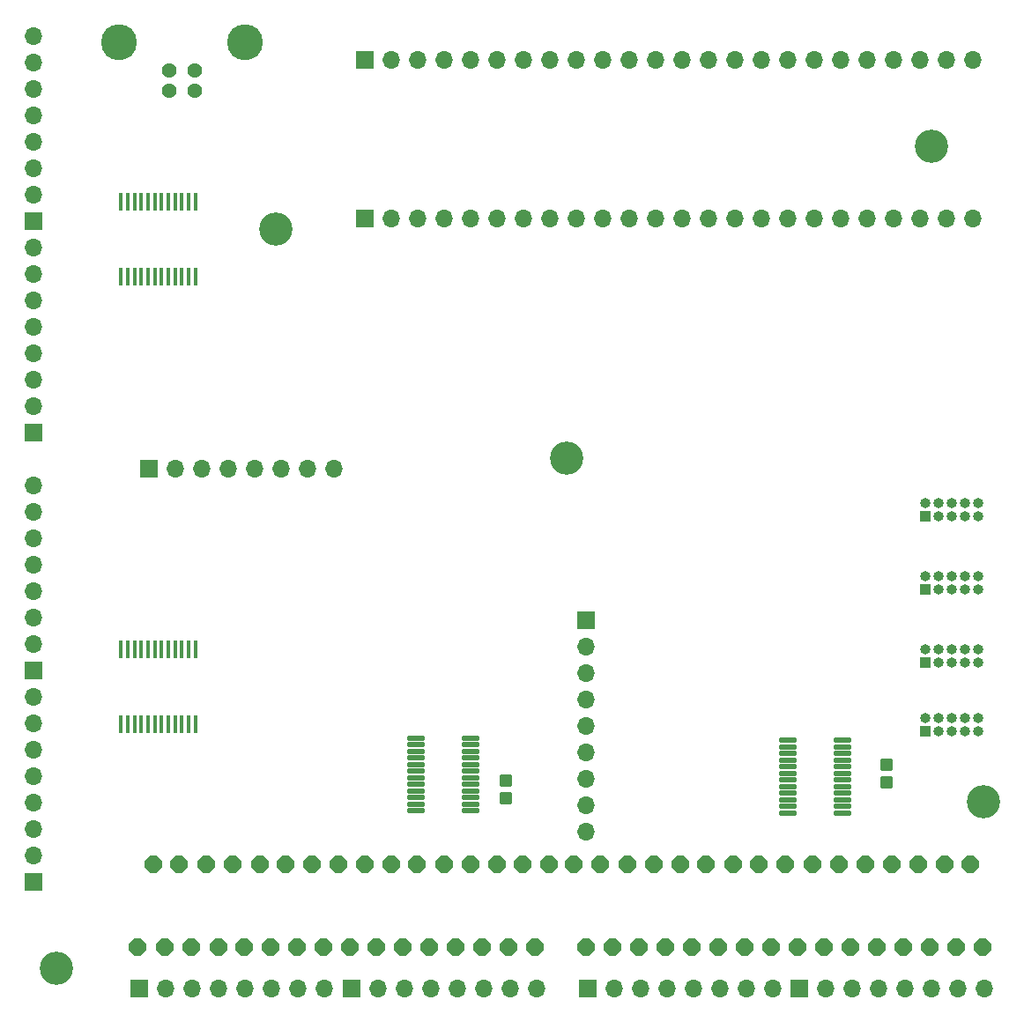
<source format=gbr>
%TF.GenerationSoftware,KiCad,Pcbnew,6.0.8-f2edbf62ab~116~ubuntu22.04.1*%
%TF.CreationDate,2022-10-25T14:40:57+01:00*%
%TF.ProjectId,fsr_array,6673725f-6172-4726-9179-2e6b69636164,3.0*%
%TF.SameCoordinates,Original*%
%TF.FileFunction,Soldermask,Top*%
%TF.FilePolarity,Negative*%
%FSLAX46Y46*%
G04 Gerber Fmt 4.6, Leading zero omitted, Abs format (unit mm)*
G04 Created by KiCad (PCBNEW 6.0.8-f2edbf62ab~116~ubuntu22.04.1) date 2022-10-25 14:40:57*
%MOMM*%
%LPD*%
G01*
G04 APERTURE LIST*
G04 Aperture macros list*
%AMRoundRect*
0 Rectangle with rounded corners*
0 $1 Rounding radius*
0 $2 $3 $4 $5 $6 $7 $8 $9 X,Y pos of 4 corners*
0 Add a 4 corners polygon primitive as box body*
4,1,4,$2,$3,$4,$5,$6,$7,$8,$9,$2,$3,0*
0 Add four circle primitives for the rounded corners*
1,1,$1+$1,$2,$3*
1,1,$1+$1,$4,$5*
1,1,$1+$1,$6,$7*
1,1,$1+$1,$8,$9*
0 Add four rect primitives between the rounded corners*
20,1,$1+$1,$2,$3,$4,$5,0*
20,1,$1+$1,$4,$5,$6,$7,0*
20,1,$1+$1,$6,$7,$8,$9,0*
20,1,$1+$1,$8,$9,$2,$3,0*%
%AMFreePoly0*
4,1,17,0.360532,0.806901,0.806901,0.360532,0.825500,0.315631,0.825500,-0.315631,0.806901,-0.360532,0.360532,-0.806901,0.315631,-0.825500,-0.315631,-0.825500,-0.360532,-0.806901,-0.806901,-0.360532,-0.825500,-0.315631,-0.825500,0.315631,-0.806901,0.360532,-0.360532,0.806901,-0.315631,0.825500,0.315631,0.825500,0.360532,0.806901,0.360532,0.806901,$1*%
G04 Aperture macros list end*
%ADD10FreePoly0,90.000000*%
%ADD11RoundRect,0.020500X-0.799500X-0.184500X0.799500X-0.184500X0.799500X0.184500X-0.799500X0.184500X0*%
%ADD12FreePoly0,270.000000*%
%ADD13RoundRect,0.114300X0.449200X-0.499200X0.449200X0.499200X-0.449200X0.499200X-0.449200X-0.499200X0*%
%ADD14C,3.200000*%
%ADD15R,1.700000X1.700000*%
%ADD16O,1.700000X1.700000*%
%ADD17R,0.450000X1.750000*%
%ADD18R,1.000000X1.000000*%
%ADD19O,1.000000X1.000000*%
%ADD20C,1.431000*%
%ADD21C,3.450000*%
G04 APERTURE END LIST*
D10*
%TO.C,U$61*%
X193793900Y-133996400D03*
%TD*%
%TO.C,U$63*%
X168383900Y-133996400D03*
%TD*%
%TO.C,U$39*%
X163353900Y-133996400D03*
%TD*%
D11*
%TO.C,ADC1*%
X140497800Y-121900300D03*
X140497800Y-122535300D03*
X140497800Y-123170300D03*
X140497800Y-123805300D03*
X140497800Y-124440300D03*
X140497800Y-125075300D03*
X140497800Y-125710300D03*
X140497800Y-126345300D03*
X140497800Y-126980300D03*
X140497800Y-127615300D03*
X140497800Y-128250300D03*
X140497800Y-128885300D03*
X145767800Y-128885300D03*
X145767800Y-128250300D03*
X145767800Y-127615300D03*
X145767800Y-126980300D03*
X145767800Y-126345300D03*
X145767800Y-125710300D03*
X145767800Y-125075300D03*
X145767800Y-124440300D03*
X145767800Y-123805300D03*
X145767800Y-123170300D03*
X145767800Y-122535300D03*
X145767800Y-121900300D03*
%TD*%
D10*
%TO.C,U$45*%
X178613900Y-133996400D03*
%TD*%
D12*
%TO.C,U$16*%
X113733900Y-141996400D03*
%TD*%
%TO.C,U$44*%
X161913900Y-141996400D03*
%TD*%
%TO.C,U$12*%
X118923900Y-141996400D03*
%TD*%
D13*
%TO.C,C2*%
X185700000Y-126150000D03*
X185700000Y-124450000D03*
%TD*%
D14*
%TO.C,H5*%
X190000000Y-65000000D03*
%TD*%
D15*
%TO.C,J6*%
X134362800Y-145992800D03*
D16*
X136902800Y-145992800D03*
X139442800Y-145992800D03*
X141982800Y-145992800D03*
X144522800Y-145992800D03*
X147062800Y-145992800D03*
X149602800Y-145992800D03*
X152142800Y-145992800D03*
%TD*%
D12*
%TO.C,U$46*%
X159363900Y-141996400D03*
%TD*%
D10*
%TO.C,U$49*%
X176013900Y-133996400D03*
%TD*%
D13*
%TO.C,C1*%
X149133900Y-127646400D03*
X149133900Y-125946400D03*
%TD*%
D10*
%TO.C,U$51*%
X181103900Y-133996400D03*
%TD*%
D15*
%TO.C,J4*%
X103732800Y-72192800D03*
D16*
X103732800Y-69652800D03*
X103732800Y-67112800D03*
X103732800Y-64572800D03*
X103732800Y-62032800D03*
X103732800Y-59492800D03*
X103732800Y-56952800D03*
X103732800Y-54412800D03*
%TD*%
D10*
%TO.C,U$29*%
X155693900Y-133996400D03*
%TD*%
D14*
%TO.C,H1*%
X106000000Y-144000000D03*
%TD*%
D10*
%TO.C,U$62*%
X179703900Y-141996400D03*
%TD*%
%TO.C,U$1*%
X145763900Y-133996400D03*
%TD*%
%TO.C,U$57*%
X183673900Y-133996400D03*
%TD*%
D12*
%TO.C,U$38*%
X169523900Y-141996400D03*
%TD*%
%TO.C,U$40*%
X167043900Y-141996400D03*
%TD*%
D11*
%TO.C,ADC2*%
X176197800Y-122100300D03*
X176197800Y-122735300D03*
X176197800Y-123370300D03*
X176197800Y-124005300D03*
X176197800Y-124640300D03*
X176197800Y-125275300D03*
X176197800Y-125910300D03*
X176197800Y-126545300D03*
X176197800Y-127180300D03*
X176197800Y-127815300D03*
X176197800Y-128450300D03*
X176197800Y-129085300D03*
X181467800Y-129085300D03*
X181467800Y-128450300D03*
X181467800Y-127815300D03*
X181467800Y-127180300D03*
X181467800Y-126545300D03*
X181467800Y-125910300D03*
X181467800Y-125275300D03*
X181467800Y-124640300D03*
X181467800Y-124005300D03*
X181467800Y-123370300D03*
X181467800Y-122735300D03*
X181467800Y-122100300D03*
%TD*%
D10*
%TO.C,U$43*%
X160813900Y-133996400D03*
%TD*%
%TO.C,U$13*%
X153313900Y-133996400D03*
%TD*%
D15*
%TO.C,J12*%
X135612800Y-71932800D03*
D16*
X138152800Y-71932800D03*
X140692800Y-71932800D03*
X143232800Y-71932800D03*
X145772800Y-71932800D03*
X148312800Y-71932800D03*
X150852800Y-71932800D03*
X153392800Y-71932800D03*
X155932800Y-71932800D03*
X158472800Y-71932800D03*
X161012800Y-71932800D03*
X163552800Y-71932800D03*
X166092800Y-71932800D03*
X168632800Y-71932800D03*
X171172800Y-71932800D03*
X173712800Y-71932800D03*
X176252800Y-71932800D03*
X178792800Y-71932800D03*
X181332800Y-71932800D03*
X183872800Y-71932800D03*
X186412800Y-71932800D03*
X188952800Y-71932800D03*
X191492800Y-71932800D03*
X194032800Y-71932800D03*
%TD*%
D12*
%TO.C,U$26*%
X141793900Y-141996400D03*
%TD*%
D17*
%TO.C,MUX2*%
X112157800Y-77592800D03*
X112807800Y-77592800D03*
X113457800Y-77592800D03*
X114107800Y-77592800D03*
X114757800Y-77592800D03*
X115407800Y-77592800D03*
X116057800Y-77592800D03*
X116707800Y-77592800D03*
X117357800Y-77592800D03*
X118007800Y-77592800D03*
X118657800Y-77592800D03*
X119307800Y-77592800D03*
X119307800Y-70392800D03*
X118657800Y-70392800D03*
X118007800Y-70392800D03*
X117357800Y-70392800D03*
X116707800Y-70392800D03*
X116057800Y-70392800D03*
X115407800Y-70392800D03*
X114757800Y-70392800D03*
X114107800Y-70392800D03*
X113457800Y-70392800D03*
X112807800Y-70392800D03*
X112157800Y-70392800D03*
%TD*%
D15*
%TO.C,J10*%
X156832800Y-110592800D03*
D16*
X156832800Y-113132800D03*
X156832800Y-115672800D03*
X156832800Y-118212800D03*
X156832800Y-120752800D03*
X156832800Y-123292800D03*
X156832800Y-125832800D03*
X156832800Y-128372800D03*
X156832800Y-130912800D03*
%TD*%
D10*
%TO.C,U$5*%
X148273900Y-133996400D03*
%TD*%
%TO.C,U$7*%
X125473900Y-133996400D03*
%TD*%
D12*
%TO.C,U$34*%
X174593900Y-141996400D03*
%TD*%
D15*
%TO.C,J1*%
X103732800Y-135692800D03*
D16*
X103732800Y-133152800D03*
X103732800Y-130612800D03*
X103732800Y-128072800D03*
X103732800Y-125532800D03*
X103732800Y-122992800D03*
X103732800Y-120452800D03*
X103732800Y-117912800D03*
%TD*%
D10*
%TO.C,U$27*%
X138093900Y-133996400D03*
%TD*%
D12*
%TO.C,U$64*%
X177183900Y-141996400D03*
%TD*%
D10*
%TO.C,U$3*%
X122883900Y-133996400D03*
%TD*%
D12*
%TO.C,U$4*%
X129073900Y-141996400D03*
%TD*%
%TO.C,U$20*%
X149423900Y-141996400D03*
%TD*%
D18*
%TO.C,J14*%
X189450000Y-100625000D03*
D19*
X189450000Y-99355000D03*
X190720000Y-100625000D03*
X190720000Y-99355000D03*
X191990000Y-100625000D03*
X191990000Y-99355000D03*
X193260000Y-100625000D03*
X193260000Y-99355000D03*
X194530000Y-100625000D03*
X194530000Y-99355000D03*
%TD*%
D12*
%TO.C,U$2*%
X131593900Y-141996400D03*
%TD*%
D10*
%TO.C,U$11*%
X127943900Y-133996400D03*
%TD*%
D12*
%TO.C,U$30*%
X136733900Y-141996400D03*
%TD*%
D10*
%TO.C,U$53*%
X165903900Y-133996400D03*
%TD*%
%TO.C,U$41*%
X191273900Y-133996400D03*
%TD*%
D15*
%TO.C,J3*%
X103732800Y-92512800D03*
D16*
X103732800Y-89972800D03*
X103732800Y-87432800D03*
X103732800Y-84892800D03*
X103732800Y-82352800D03*
X103732800Y-79812800D03*
X103732800Y-77272800D03*
X103732800Y-74732800D03*
%TD*%
D10*
%TO.C,U$55*%
X173423900Y-133996400D03*
%TD*%
D12*
%TO.C,U$56*%
X187343900Y-141996400D03*
%TD*%
D18*
%TO.C,J13*%
X189450000Y-107625000D03*
D19*
X189450000Y-106355000D03*
X190720000Y-107625000D03*
X190720000Y-106355000D03*
X191990000Y-107625000D03*
X191990000Y-106355000D03*
X193260000Y-107625000D03*
X193260000Y-106355000D03*
X194530000Y-107625000D03*
X194530000Y-106355000D03*
%TD*%
D14*
%TO.C,H3*%
X155000000Y-95000000D03*
%TD*%
D15*
%TO.C,J11*%
X135612800Y-56692800D03*
D16*
X138152800Y-56692800D03*
X140692800Y-56692800D03*
X143232800Y-56692800D03*
X145772800Y-56692800D03*
X148312800Y-56692800D03*
X150852800Y-56692800D03*
X153392800Y-56692800D03*
X155932800Y-56692800D03*
X158472800Y-56692800D03*
X161012800Y-56692800D03*
X163552800Y-56692800D03*
X166092800Y-56692800D03*
X168632800Y-56692800D03*
X171172800Y-56692800D03*
X173712800Y-56692800D03*
X176252800Y-56692800D03*
X178792800Y-56692800D03*
X181332800Y-56692800D03*
X183872800Y-56692800D03*
X186412800Y-56692800D03*
X188952800Y-56692800D03*
X191492800Y-56692800D03*
X194032800Y-56692800D03*
%TD*%
D15*
%TO.C,J9*%
X114857800Y-95992800D03*
D16*
X117397800Y-95992800D03*
X119937800Y-95992800D03*
X122477800Y-95992800D03*
X125017800Y-95992800D03*
X127557800Y-95992800D03*
X130097800Y-95992800D03*
X132637800Y-95992800D03*
%TD*%
D15*
%TO.C,J7*%
X156982800Y-145992800D03*
D16*
X159522800Y-145992800D03*
X162062800Y-145992800D03*
X164602800Y-145992800D03*
X167142800Y-145992800D03*
X169682800Y-145992800D03*
X172222800Y-145992800D03*
X174762800Y-145992800D03*
%TD*%
D12*
%TO.C,U$8*%
X123993900Y-141996400D03*
%TD*%
D15*
%TO.C,J8*%
X177302800Y-145992800D03*
D16*
X179842800Y-145992800D03*
X182382800Y-145992800D03*
X184922800Y-145992800D03*
X187462800Y-145992800D03*
X190002800Y-145992800D03*
X192542800Y-145992800D03*
X195082800Y-145992800D03*
%TD*%
D12*
%TO.C,U$50*%
X194923900Y-141996400D03*
%TD*%
D14*
%TO.C,H4*%
X195000000Y-128000000D03*
%TD*%
D10*
%TO.C,U$19*%
X133023900Y-133996400D03*
%TD*%
%TO.C,U$52*%
X192393900Y-141996400D03*
%TD*%
%TO.C,U$42*%
X164493900Y-141996400D03*
%TD*%
%TO.C,U$59*%
X170963900Y-133996400D03*
%TD*%
D14*
%TO.C,H2*%
X127000000Y-73000000D03*
%TD*%
D12*
%TO.C,U$60*%
X182223900Y-141996400D03*
%TD*%
%TO.C,U$22*%
X146873900Y-141996400D03*
%TD*%
D10*
%TO.C,U$47*%
X186213900Y-133996400D03*
%TD*%
D18*
%TO.C,J16*%
X189450000Y-121250000D03*
D19*
X189450000Y-119980000D03*
X190720000Y-121250000D03*
X190720000Y-119980000D03*
X191990000Y-121250000D03*
X191990000Y-119980000D03*
X193260000Y-121250000D03*
X193260000Y-119980000D03*
X194530000Y-121250000D03*
X194530000Y-119980000D03*
%TD*%
D10*
%TO.C,U$37*%
X188763900Y-133996400D03*
%TD*%
%TO.C,U$35*%
X143213900Y-133996400D03*
%TD*%
D18*
%TO.C,J15*%
X189450000Y-114625000D03*
D19*
X189450000Y-113355000D03*
X190720000Y-114625000D03*
X190720000Y-113355000D03*
X191990000Y-114625000D03*
X191990000Y-113355000D03*
X193260000Y-114625000D03*
X193260000Y-113355000D03*
X194530000Y-114625000D03*
X194530000Y-113355000D03*
%TD*%
D12*
%TO.C,U$58*%
X184823900Y-141996400D03*
%TD*%
%TO.C,U$21*%
X117753900Y-133996400D03*
%TD*%
%TO.C,U$36*%
X172093900Y-141996400D03*
%TD*%
D10*
%TO.C,U$23*%
X135583900Y-133996400D03*
%TD*%
D12*
%TO.C,U$17*%
X120313900Y-133996400D03*
%TD*%
%TO.C,U$32*%
X134193900Y-141996400D03*
%TD*%
%TO.C,U$48*%
X156853900Y-141996400D03*
%TD*%
%TO.C,U$6*%
X126573900Y-141996400D03*
%TD*%
D10*
%TO.C,U$15*%
X130493900Y-133996400D03*
%TD*%
%TO.C,U$9*%
X150773900Y-133996400D03*
%TD*%
D12*
%TO.C,U$24*%
X144353900Y-141996400D03*
%TD*%
%TO.C,U$10*%
X121503900Y-141996400D03*
%TD*%
D15*
%TO.C,J5*%
X113957800Y-145992800D03*
D16*
X116497800Y-145992800D03*
X119037800Y-145992800D03*
X121577800Y-145992800D03*
X124117800Y-145992800D03*
X126657800Y-145992800D03*
X129197800Y-145992800D03*
X131737800Y-145992800D03*
%TD*%
D12*
%TO.C,U$18*%
X151903900Y-141996400D03*
%TD*%
D10*
%TO.C,U$31*%
X140603900Y-133996400D03*
%TD*%
D12*
%TO.C,U$54*%
X189873900Y-141996400D03*
%TD*%
D20*
%TO.C,J17*%
X116770000Y-59710000D03*
X119270000Y-59710000D03*
X119270000Y-57710000D03*
X116770000Y-57710000D03*
D21*
X124040000Y-55000000D03*
X112000000Y-55000000D03*
%TD*%
D17*
%TO.C,MUX1*%
X112157800Y-120592800D03*
X112807800Y-120592800D03*
X113457800Y-120592800D03*
X114107800Y-120592800D03*
X114757800Y-120592800D03*
X115407800Y-120592800D03*
X116057800Y-120592800D03*
X116707800Y-120592800D03*
X117357800Y-120592800D03*
X118007800Y-120592800D03*
X118657800Y-120592800D03*
X119307800Y-120592800D03*
X119307800Y-113392800D03*
X118657800Y-113392800D03*
X118007800Y-113392800D03*
X117357800Y-113392800D03*
X116707800Y-113392800D03*
X116057800Y-113392800D03*
X115407800Y-113392800D03*
X114757800Y-113392800D03*
X114107800Y-113392800D03*
X113457800Y-113392800D03*
X112807800Y-113392800D03*
X112157800Y-113392800D03*
%TD*%
D12*
%TO.C,U$28*%
X139233900Y-141996400D03*
%TD*%
D10*
%TO.C,U$33*%
X158223900Y-133996400D03*
%TD*%
D15*
%TO.C,J2*%
X103732800Y-115372800D03*
D16*
X103732800Y-112832800D03*
X103732800Y-110292800D03*
X103732800Y-107752800D03*
X103732800Y-105212800D03*
X103732800Y-102672800D03*
X103732800Y-100132800D03*
X103732800Y-97592800D03*
%TD*%
D12*
%TO.C,U$14*%
X116393900Y-141996400D03*
%TD*%
%TO.C,U$25*%
X115233900Y-133996400D03*
%TD*%
M02*

</source>
